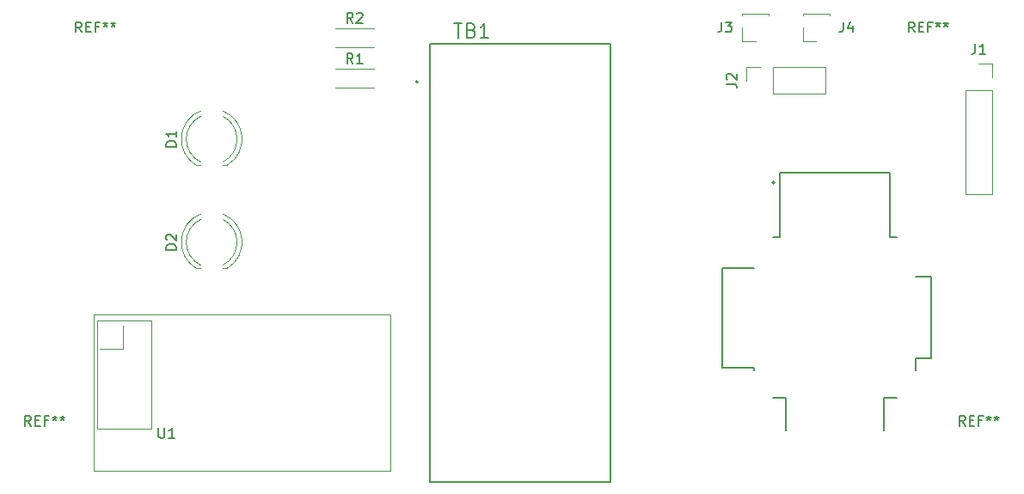
<source format=gbr>
%TF.GenerationSoftware,KiCad,Pcbnew,7.0.7*%
%TF.CreationDate,2023-10-01T22:00:11-07:00*%
%TF.ProjectId,v1,76312e6b-6963-4616-945f-706362585858,0*%
%TF.SameCoordinates,Original*%
%TF.FileFunction,Legend,Top*%
%TF.FilePolarity,Positive*%
%FSLAX46Y46*%
G04 Gerber Fmt 4.6, Leading zero omitted, Abs format (unit mm)*
G04 Created by KiCad (PCBNEW 7.0.7) date 2023-10-01 22:00:11*
%MOMM*%
%LPD*%
G01*
G04 APERTURE LIST*
%ADD10C,0.150000*%
%ADD11C,0.120000*%
%ADD12C,0.127000*%
%ADD13C,0.200000*%
G04 APERTURE END LIST*
D10*
X36666666Y-112254819D02*
X36333333Y-111778628D01*
X36095238Y-112254819D02*
X36095238Y-111254819D01*
X36095238Y-111254819D02*
X36476190Y-111254819D01*
X36476190Y-111254819D02*
X36571428Y-111302438D01*
X36571428Y-111302438D02*
X36619047Y-111350057D01*
X36619047Y-111350057D02*
X36666666Y-111445295D01*
X36666666Y-111445295D02*
X36666666Y-111588152D01*
X36666666Y-111588152D02*
X36619047Y-111683390D01*
X36619047Y-111683390D02*
X36571428Y-111731009D01*
X36571428Y-111731009D02*
X36476190Y-111778628D01*
X36476190Y-111778628D02*
X36095238Y-111778628D01*
X37095238Y-111731009D02*
X37428571Y-111731009D01*
X37571428Y-112254819D02*
X37095238Y-112254819D01*
X37095238Y-112254819D02*
X37095238Y-111254819D01*
X37095238Y-111254819D02*
X37571428Y-111254819D01*
X38333333Y-111731009D02*
X38000000Y-111731009D01*
X38000000Y-112254819D02*
X38000000Y-111254819D01*
X38000000Y-111254819D02*
X38476190Y-111254819D01*
X39000000Y-111254819D02*
X39000000Y-111492914D01*
X38761905Y-111397676D02*
X39000000Y-111492914D01*
X39000000Y-111492914D02*
X39238095Y-111397676D01*
X38857143Y-111683390D02*
X39000000Y-111492914D01*
X39000000Y-111492914D02*
X39142857Y-111683390D01*
X39761905Y-111254819D02*
X39761905Y-111492914D01*
X39523810Y-111397676D02*
X39761905Y-111492914D01*
X39761905Y-111492914D02*
X40000000Y-111397676D01*
X39619048Y-111683390D02*
X39761905Y-111492914D01*
X39761905Y-111492914D02*
X39904762Y-111683390D01*
X128666666Y-112254819D02*
X128333333Y-111778628D01*
X128095238Y-112254819D02*
X128095238Y-111254819D01*
X128095238Y-111254819D02*
X128476190Y-111254819D01*
X128476190Y-111254819D02*
X128571428Y-111302438D01*
X128571428Y-111302438D02*
X128619047Y-111350057D01*
X128619047Y-111350057D02*
X128666666Y-111445295D01*
X128666666Y-111445295D02*
X128666666Y-111588152D01*
X128666666Y-111588152D02*
X128619047Y-111683390D01*
X128619047Y-111683390D02*
X128571428Y-111731009D01*
X128571428Y-111731009D02*
X128476190Y-111778628D01*
X128476190Y-111778628D02*
X128095238Y-111778628D01*
X129095238Y-111731009D02*
X129428571Y-111731009D01*
X129571428Y-112254819D02*
X129095238Y-112254819D01*
X129095238Y-112254819D02*
X129095238Y-111254819D01*
X129095238Y-111254819D02*
X129571428Y-111254819D01*
X130333333Y-111731009D02*
X130000000Y-111731009D01*
X130000000Y-112254819D02*
X130000000Y-111254819D01*
X130000000Y-111254819D02*
X130476190Y-111254819D01*
X131000000Y-111254819D02*
X131000000Y-111492914D01*
X130761905Y-111397676D02*
X131000000Y-111492914D01*
X131000000Y-111492914D02*
X131238095Y-111397676D01*
X130857143Y-111683390D02*
X131000000Y-111492914D01*
X131000000Y-111492914D02*
X131142857Y-111683390D01*
X131761905Y-111254819D02*
X131761905Y-111492914D01*
X131523810Y-111397676D02*
X131761905Y-111492914D01*
X131761905Y-111492914D02*
X132000000Y-111397676D01*
X131619048Y-111683390D02*
X131761905Y-111492914D01*
X131761905Y-111492914D02*
X131904762Y-111683390D01*
X123666666Y-73454819D02*
X123333333Y-72978628D01*
X123095238Y-73454819D02*
X123095238Y-72454819D01*
X123095238Y-72454819D02*
X123476190Y-72454819D01*
X123476190Y-72454819D02*
X123571428Y-72502438D01*
X123571428Y-72502438D02*
X123619047Y-72550057D01*
X123619047Y-72550057D02*
X123666666Y-72645295D01*
X123666666Y-72645295D02*
X123666666Y-72788152D01*
X123666666Y-72788152D02*
X123619047Y-72883390D01*
X123619047Y-72883390D02*
X123571428Y-72931009D01*
X123571428Y-72931009D02*
X123476190Y-72978628D01*
X123476190Y-72978628D02*
X123095238Y-72978628D01*
X124095238Y-72931009D02*
X124428571Y-72931009D01*
X124571428Y-73454819D02*
X124095238Y-73454819D01*
X124095238Y-73454819D02*
X124095238Y-72454819D01*
X124095238Y-72454819D02*
X124571428Y-72454819D01*
X125333333Y-72931009D02*
X125000000Y-72931009D01*
X125000000Y-73454819D02*
X125000000Y-72454819D01*
X125000000Y-72454819D02*
X125476190Y-72454819D01*
X126000000Y-72454819D02*
X126000000Y-72692914D01*
X125761905Y-72597676D02*
X126000000Y-72692914D01*
X126000000Y-72692914D02*
X126238095Y-72597676D01*
X125857143Y-72883390D02*
X126000000Y-72692914D01*
X126000000Y-72692914D02*
X126142857Y-72883390D01*
X126761905Y-72454819D02*
X126761905Y-72692914D01*
X126523810Y-72597676D02*
X126761905Y-72692914D01*
X126761905Y-72692914D02*
X127000000Y-72597676D01*
X126619048Y-72883390D02*
X126761905Y-72692914D01*
X126761905Y-72692914D02*
X126904762Y-72883390D01*
X41666666Y-73454819D02*
X41333333Y-72978628D01*
X41095238Y-73454819D02*
X41095238Y-72454819D01*
X41095238Y-72454819D02*
X41476190Y-72454819D01*
X41476190Y-72454819D02*
X41571428Y-72502438D01*
X41571428Y-72502438D02*
X41619047Y-72550057D01*
X41619047Y-72550057D02*
X41666666Y-72645295D01*
X41666666Y-72645295D02*
X41666666Y-72788152D01*
X41666666Y-72788152D02*
X41619047Y-72883390D01*
X41619047Y-72883390D02*
X41571428Y-72931009D01*
X41571428Y-72931009D02*
X41476190Y-72978628D01*
X41476190Y-72978628D02*
X41095238Y-72978628D01*
X42095238Y-72931009D02*
X42428571Y-72931009D01*
X42571428Y-73454819D02*
X42095238Y-73454819D01*
X42095238Y-73454819D02*
X42095238Y-72454819D01*
X42095238Y-72454819D02*
X42571428Y-72454819D01*
X43333333Y-72931009D02*
X43000000Y-72931009D01*
X43000000Y-73454819D02*
X43000000Y-72454819D01*
X43000000Y-72454819D02*
X43476190Y-72454819D01*
X44000000Y-72454819D02*
X44000000Y-72692914D01*
X43761905Y-72597676D02*
X44000000Y-72692914D01*
X44000000Y-72692914D02*
X44238095Y-72597676D01*
X43857143Y-72883390D02*
X44000000Y-72692914D01*
X44000000Y-72692914D02*
X44142857Y-72883390D01*
X44761905Y-72454819D02*
X44761905Y-72692914D01*
X44523810Y-72597676D02*
X44761905Y-72692914D01*
X44761905Y-72692914D02*
X45000000Y-72597676D01*
X44619048Y-72883390D02*
X44761905Y-72692914D01*
X44761905Y-72692914D02*
X44904762Y-72883390D01*
X105144819Y-78563333D02*
X105859104Y-78563333D01*
X105859104Y-78563333D02*
X106001961Y-78610952D01*
X106001961Y-78610952D02*
X106097200Y-78706190D01*
X106097200Y-78706190D02*
X106144819Y-78849047D01*
X106144819Y-78849047D02*
X106144819Y-78944285D01*
X105240057Y-78134761D02*
X105192438Y-78087142D01*
X105192438Y-78087142D02*
X105144819Y-77991904D01*
X105144819Y-77991904D02*
X105144819Y-77753809D01*
X105144819Y-77753809D02*
X105192438Y-77658571D01*
X105192438Y-77658571D02*
X105240057Y-77610952D01*
X105240057Y-77610952D02*
X105335295Y-77563333D01*
X105335295Y-77563333D02*
X105430533Y-77563333D01*
X105430533Y-77563333D02*
X105573390Y-77610952D01*
X105573390Y-77610952D02*
X106144819Y-78182380D01*
X106144819Y-78182380D02*
X106144819Y-77563333D01*
X68373333Y-76534819D02*
X68040000Y-76058628D01*
X67801905Y-76534819D02*
X67801905Y-75534819D01*
X67801905Y-75534819D02*
X68182857Y-75534819D01*
X68182857Y-75534819D02*
X68278095Y-75582438D01*
X68278095Y-75582438D02*
X68325714Y-75630057D01*
X68325714Y-75630057D02*
X68373333Y-75725295D01*
X68373333Y-75725295D02*
X68373333Y-75868152D01*
X68373333Y-75868152D02*
X68325714Y-75963390D01*
X68325714Y-75963390D02*
X68278095Y-76011009D01*
X68278095Y-76011009D02*
X68182857Y-76058628D01*
X68182857Y-76058628D02*
X67801905Y-76058628D01*
X69325714Y-76534819D02*
X68754286Y-76534819D01*
X69040000Y-76534819D02*
X69040000Y-75534819D01*
X69040000Y-75534819D02*
X68944762Y-75677676D01*
X68944762Y-75677676D02*
X68849524Y-75772914D01*
X68849524Y-75772914D02*
X68754286Y-75820533D01*
X78320833Y-72610866D02*
X79120833Y-72610866D01*
X78720833Y-74010866D02*
X78720833Y-72610866D01*
X80054167Y-73277533D02*
X80254167Y-73344200D01*
X80254167Y-73344200D02*
X80320833Y-73410866D01*
X80320833Y-73410866D02*
X80387500Y-73544200D01*
X80387500Y-73544200D02*
X80387500Y-73744200D01*
X80387500Y-73744200D02*
X80320833Y-73877533D01*
X80320833Y-73877533D02*
X80254167Y-73944200D01*
X80254167Y-73944200D02*
X80120833Y-74010866D01*
X80120833Y-74010866D02*
X79587500Y-74010866D01*
X79587500Y-74010866D02*
X79587500Y-72610866D01*
X79587500Y-72610866D02*
X80054167Y-72610866D01*
X80054167Y-72610866D02*
X80187500Y-72677533D01*
X80187500Y-72677533D02*
X80254167Y-72744200D01*
X80254167Y-72744200D02*
X80320833Y-72877533D01*
X80320833Y-72877533D02*
X80320833Y-73010866D01*
X80320833Y-73010866D02*
X80254167Y-73144200D01*
X80254167Y-73144200D02*
X80187500Y-73210866D01*
X80187500Y-73210866D02*
X80054167Y-73277533D01*
X80054167Y-73277533D02*
X79587500Y-73277533D01*
X81720833Y-74010866D02*
X80920833Y-74010866D01*
X81320833Y-74010866D02*
X81320833Y-72610866D01*
X81320833Y-72610866D02*
X81187500Y-72810866D01*
X81187500Y-72810866D02*
X81054167Y-72944200D01*
X81054167Y-72944200D02*
X80920833Y-73010866D01*
X116666666Y-72454819D02*
X116666666Y-73169104D01*
X116666666Y-73169104D02*
X116619047Y-73311961D01*
X116619047Y-73311961D02*
X116523809Y-73407200D01*
X116523809Y-73407200D02*
X116380952Y-73454819D01*
X116380952Y-73454819D02*
X116285714Y-73454819D01*
X117571428Y-72788152D02*
X117571428Y-73454819D01*
X117333333Y-72407200D02*
X117095238Y-73121485D01*
X117095238Y-73121485D02*
X117714285Y-73121485D01*
X129666666Y-74604819D02*
X129666666Y-75319104D01*
X129666666Y-75319104D02*
X129619047Y-75461961D01*
X129619047Y-75461961D02*
X129523809Y-75557200D01*
X129523809Y-75557200D02*
X129380952Y-75604819D01*
X129380952Y-75604819D02*
X129285714Y-75604819D01*
X130666666Y-75604819D02*
X130095238Y-75604819D01*
X130380952Y-75604819D02*
X130380952Y-74604819D01*
X130380952Y-74604819D02*
X130285714Y-74747676D01*
X130285714Y-74747676D02*
X130190476Y-74842914D01*
X130190476Y-74842914D02*
X130095238Y-74890533D01*
X68373333Y-72534819D02*
X68040000Y-72058628D01*
X67801905Y-72534819D02*
X67801905Y-71534819D01*
X67801905Y-71534819D02*
X68182857Y-71534819D01*
X68182857Y-71534819D02*
X68278095Y-71582438D01*
X68278095Y-71582438D02*
X68325714Y-71630057D01*
X68325714Y-71630057D02*
X68373333Y-71725295D01*
X68373333Y-71725295D02*
X68373333Y-71868152D01*
X68373333Y-71868152D02*
X68325714Y-71963390D01*
X68325714Y-71963390D02*
X68278095Y-72011009D01*
X68278095Y-72011009D02*
X68182857Y-72058628D01*
X68182857Y-72058628D02*
X67801905Y-72058628D01*
X68754286Y-71630057D02*
X68801905Y-71582438D01*
X68801905Y-71582438D02*
X68897143Y-71534819D01*
X68897143Y-71534819D02*
X69135238Y-71534819D01*
X69135238Y-71534819D02*
X69230476Y-71582438D01*
X69230476Y-71582438D02*
X69278095Y-71630057D01*
X69278095Y-71630057D02*
X69325714Y-71725295D01*
X69325714Y-71725295D02*
X69325714Y-71820533D01*
X69325714Y-71820533D02*
X69278095Y-71963390D01*
X69278095Y-71963390D02*
X68706667Y-72534819D01*
X68706667Y-72534819D02*
X69325714Y-72534819D01*
X50957319Y-84739594D02*
X49957319Y-84739594D01*
X49957319Y-84739594D02*
X49957319Y-84501499D01*
X49957319Y-84501499D02*
X50004938Y-84358642D01*
X50004938Y-84358642D02*
X50100176Y-84263404D01*
X50100176Y-84263404D02*
X50195414Y-84215785D01*
X50195414Y-84215785D02*
X50385890Y-84168166D01*
X50385890Y-84168166D02*
X50528747Y-84168166D01*
X50528747Y-84168166D02*
X50719223Y-84215785D01*
X50719223Y-84215785D02*
X50814461Y-84263404D01*
X50814461Y-84263404D02*
X50909700Y-84358642D01*
X50909700Y-84358642D02*
X50957319Y-84501499D01*
X50957319Y-84501499D02*
X50957319Y-84739594D01*
X50957319Y-83215785D02*
X50957319Y-83787213D01*
X50957319Y-83501499D02*
X49957319Y-83501499D01*
X49957319Y-83501499D02*
X50100176Y-83596737D01*
X50100176Y-83596737D02*
X50195414Y-83691975D01*
X50195414Y-83691975D02*
X50243033Y-83787213D01*
X104666666Y-72454819D02*
X104666666Y-73169104D01*
X104666666Y-73169104D02*
X104619047Y-73311961D01*
X104619047Y-73311961D02*
X104523809Y-73407200D01*
X104523809Y-73407200D02*
X104380952Y-73454819D01*
X104380952Y-73454819D02*
X104285714Y-73454819D01*
X105047619Y-72454819D02*
X105666666Y-72454819D01*
X105666666Y-72454819D02*
X105333333Y-72835771D01*
X105333333Y-72835771D02*
X105476190Y-72835771D01*
X105476190Y-72835771D02*
X105571428Y-72883390D01*
X105571428Y-72883390D02*
X105619047Y-72931009D01*
X105619047Y-72931009D02*
X105666666Y-73026247D01*
X105666666Y-73026247D02*
X105666666Y-73264342D01*
X105666666Y-73264342D02*
X105619047Y-73359580D01*
X105619047Y-73359580D02*
X105571428Y-73407200D01*
X105571428Y-73407200D02*
X105476190Y-73454819D01*
X105476190Y-73454819D02*
X105190476Y-73454819D01*
X105190476Y-73454819D02*
X105095238Y-73407200D01*
X105095238Y-73407200D02*
X105047619Y-73359580D01*
X50957319Y-94898594D02*
X49957319Y-94898594D01*
X49957319Y-94898594D02*
X49957319Y-94660499D01*
X49957319Y-94660499D02*
X50004938Y-94517642D01*
X50004938Y-94517642D02*
X50100176Y-94422404D01*
X50100176Y-94422404D02*
X50195414Y-94374785D01*
X50195414Y-94374785D02*
X50385890Y-94327166D01*
X50385890Y-94327166D02*
X50528747Y-94327166D01*
X50528747Y-94327166D02*
X50719223Y-94374785D01*
X50719223Y-94374785D02*
X50814461Y-94422404D01*
X50814461Y-94422404D02*
X50909700Y-94517642D01*
X50909700Y-94517642D02*
X50957319Y-94660499D01*
X50957319Y-94660499D02*
X50957319Y-94898594D01*
X50052557Y-93946213D02*
X50004938Y-93898594D01*
X50004938Y-93898594D02*
X49957319Y-93803356D01*
X49957319Y-93803356D02*
X49957319Y-93565261D01*
X49957319Y-93565261D02*
X50004938Y-93470023D01*
X50004938Y-93470023D02*
X50052557Y-93422404D01*
X50052557Y-93422404D02*
X50147795Y-93374785D01*
X50147795Y-93374785D02*
X50243033Y-93374785D01*
X50243033Y-93374785D02*
X50385890Y-93422404D01*
X50385890Y-93422404D02*
X50957319Y-93993832D01*
X50957319Y-93993832D02*
X50957319Y-93374785D01*
X49238095Y-112454819D02*
X49238095Y-113264342D01*
X49238095Y-113264342D02*
X49285714Y-113359580D01*
X49285714Y-113359580D02*
X49333333Y-113407200D01*
X49333333Y-113407200D02*
X49428571Y-113454819D01*
X49428571Y-113454819D02*
X49619047Y-113454819D01*
X49619047Y-113454819D02*
X49714285Y-113407200D01*
X49714285Y-113407200D02*
X49761904Y-113359580D01*
X49761904Y-113359580D02*
X49809523Y-113264342D01*
X49809523Y-113264342D02*
X49809523Y-112454819D01*
X50809523Y-113454819D02*
X50238095Y-113454819D01*
X50523809Y-113454819D02*
X50523809Y-112454819D01*
X50523809Y-112454819D02*
X50428571Y-112597676D01*
X50428571Y-112597676D02*
X50333333Y-112692914D01*
X50333333Y-112692914D02*
X50238095Y-112740533D01*
D11*
%TO.C,J2*%
X109730000Y-79560000D02*
X114870000Y-79560000D01*
X109730000Y-79560000D02*
X109730000Y-76900000D01*
X114870000Y-79560000D02*
X114870000Y-76900000D01*
X107130000Y-78230000D02*
X107130000Y-76900000D01*
X107130000Y-76900000D02*
X108460000Y-76900000D01*
X109730000Y-76900000D02*
X114870000Y-76900000D01*
%TO.C,R1*%
X66620000Y-77080000D02*
X70460000Y-77080000D01*
X66620000Y-78920000D02*
X70460000Y-78920000D01*
D12*
%TO.C,TB1*%
X75952500Y-74570000D02*
X93732500Y-74570000D01*
X75952500Y-117750000D02*
X75952500Y-74570000D01*
X93732500Y-74570000D02*
X93732500Y-117750000D01*
X93732500Y-117750000D02*
X75952500Y-117750000D01*
D13*
X74742500Y-78360000D02*
G75*
G03*
X74742500Y-78360000I-100000J0D01*
G01*
D12*
%TO.C,U2*%
X104725000Y-96720000D02*
X107875000Y-96720000D01*
X104725000Y-106520000D02*
X104725000Y-96720000D01*
X107875000Y-106520000D02*
X104725000Y-106520000D01*
X107875000Y-106790000D02*
X107875000Y-106520000D01*
X109755000Y-93620000D02*
X110375000Y-93620000D01*
X110375000Y-87320000D02*
X121275000Y-87320000D01*
X110375000Y-93620000D02*
X110375000Y-87320000D01*
X110975000Y-109520000D02*
X109755000Y-109520000D01*
X110975000Y-112720000D02*
X110975000Y-109520000D01*
X120675000Y-109520000D02*
X120675000Y-112720000D01*
X121275000Y-87320000D02*
X121275000Y-93620000D01*
X121275000Y-93620000D02*
X121905000Y-93620000D01*
X121905000Y-109520000D02*
X120675000Y-109520000D01*
X123775000Y-97520000D02*
X125325000Y-97520000D01*
X123775000Y-105620000D02*
X123775000Y-106740000D01*
X125325000Y-97520000D02*
X125325000Y-105620000D01*
X125325000Y-105620000D02*
X123775000Y-105620000D01*
D13*
X109875000Y-88270000D02*
G75*
G03*
X109875000Y-88270000I-100000J0D01*
G01*
D11*
%TO.C,J4*%
X115330000Y-71790000D02*
X115330000Y-71670000D01*
X115330000Y-71670000D02*
X112670000Y-71670000D01*
X114000000Y-74330000D02*
X112670000Y-74330000D01*
X112670000Y-74330000D02*
X112670000Y-73000000D01*
X112670000Y-71790000D02*
X112670000Y-71670000D01*
%TO.C,J1*%
X128670000Y-79190000D02*
X128670000Y-89410000D01*
X128670000Y-79190000D02*
X131330000Y-79190000D01*
X128670000Y-89410000D02*
X131330000Y-89410000D01*
X130000000Y-76590000D02*
X131330000Y-76590000D01*
X131330000Y-76590000D02*
X131330000Y-77920000D01*
X131330000Y-79190000D02*
X131330000Y-89410000D01*
%TO.C,R2*%
X66620000Y-73080000D02*
X70460000Y-73080000D01*
X66620000Y-74920000D02*
X70460000Y-74920000D01*
%TO.C,D1*%
X52917500Y-86561500D02*
X53382500Y-86561500D01*
X55542500Y-86561500D02*
X56007500Y-86561500D01*
X53381673Y-81213686D02*
G75*
G03*
X52917670Y-86561499I1080827J-2787814D01*
G01*
X53382072Y-81747022D02*
G75*
G03*
X53382500Y-86256183I1080428J-2254478D01*
G01*
X55542500Y-86256184D02*
G75*
G03*
X55542929Y-81747021I-1080000J2254684D01*
G01*
X56007330Y-86561499D02*
G75*
G03*
X55543327Y-81213686I-1544830J2559999D01*
G01*
%TO.C,J3*%
X109330000Y-71790000D02*
X109330000Y-71670000D01*
X109330000Y-71670000D02*
X106670000Y-71670000D01*
X108000000Y-74330000D02*
X106670000Y-74330000D01*
X106670000Y-74330000D02*
X106670000Y-73000000D01*
X106670000Y-71790000D02*
X106670000Y-71670000D01*
%TO.C,D2*%
X52917500Y-96720500D02*
X53382500Y-96720500D01*
X55542500Y-96720500D02*
X56007500Y-96720500D01*
X53381673Y-91372686D02*
G75*
G03*
X52917670Y-96720499I1080827J-2787814D01*
G01*
X53382072Y-91906022D02*
G75*
G03*
X53382500Y-96415183I1080428J-2254478D01*
G01*
X55542500Y-96415184D02*
G75*
G03*
X55542929Y-91906021I-1080000J2254684D01*
G01*
X56007330Y-96720499D02*
G75*
G03*
X55543327Y-91372686I-1544830J2559999D01*
G01*
%TO.C,U1*%
X42860000Y-101275000D02*
X42860000Y-101275000D01*
X42860000Y-101275000D02*
X72060000Y-101275000D01*
X42860000Y-116725000D02*
X42860000Y-101275000D01*
X43190000Y-101851000D02*
X43190000Y-101851000D01*
X43190000Y-101851000D02*
X48524000Y-101851000D01*
X43190000Y-112519000D02*
X43190000Y-101851000D01*
X43190000Y-112519000D02*
X43190000Y-112519000D01*
X43444000Y-104645000D02*
X43444000Y-104645000D01*
X45730000Y-102359000D02*
X45730000Y-104645000D01*
X45730000Y-104645000D02*
X43444000Y-104645000D01*
X48524000Y-101851000D02*
X48524000Y-112519000D01*
X48524000Y-112519000D02*
X43190000Y-112519000D01*
X72060000Y-101275000D02*
X72060000Y-116725000D01*
X72060000Y-116725000D02*
X42860000Y-116725000D01*
%TD*%
M02*

</source>
